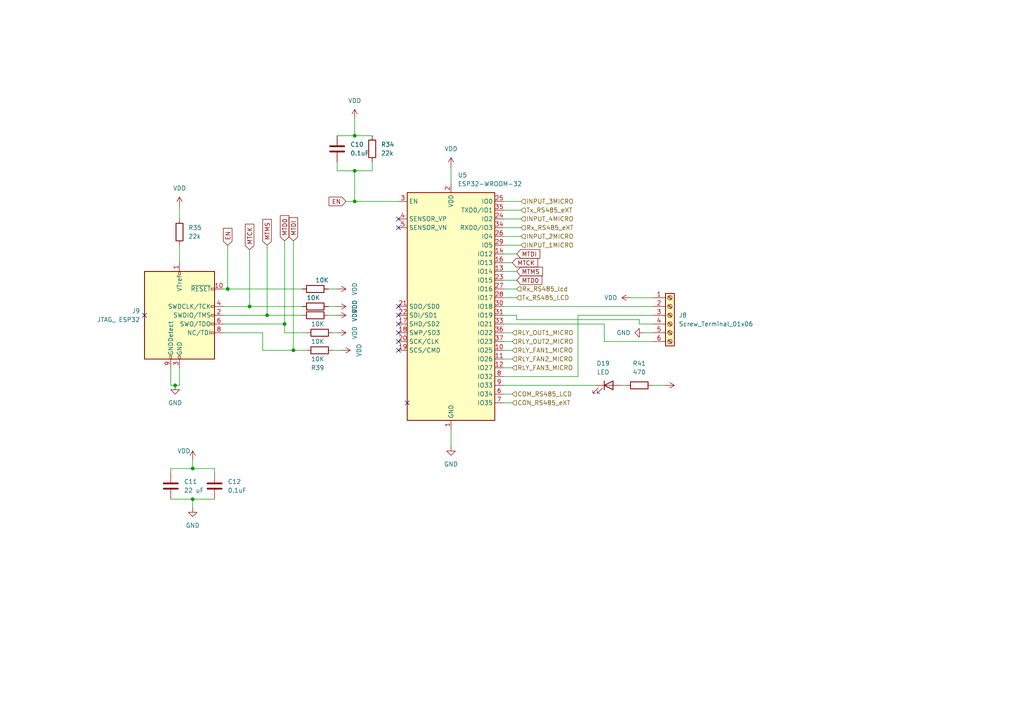
<source format=kicad_sch>
(kicad_sch (version 20230121) (generator eeschema)
  (paper "A4")
  (lib_symbols
    (symbol "Connector:Conn_ARM_JTAG_SWD_10" (pin_names (offset 1.016))
      (property "Reference" "J" (at -2.54 16.51 0))
      (property "Value" "Conn_ARM_JTAG_SWD_10" (at -2.54 13.97 0))
      (symbol "Conn_ARM_JTAG_SWD_10_0_1"
        (rectangle (start -10.16 12.7) (end 10.16 -12.7) (stroke (width 0.254)) (fill (type background)))
        (rectangle (start -2.794 -12.7) (end -2.286 -11.684))
        (rectangle (start -0.254 -12.7) (end 0.254 -11.684))
        (rectangle (start -0.254 12.7) (end 0.254 11.684))
        (rectangle (start 9.144 2.286) (end 10.16 2.794))
        (rectangle (start 10.16 -2.794) (end 9.144 -2.286))
        (rectangle (start 10.16 -0.254) (end 9.144 0.254))
        (rectangle (start 10.16 7.874) (end 9.144 7.366))
      )
      (symbol "Conn_ARM_JTAG_SWD_10_1_1"
        (rectangle (start 9.144 -5.334) (end 10.16 -4.826))
        (pin power_in line (at 0 15.24 270) (length 2.54) (name "VTref") (number "1"))
        (pin open_collector line (at 12.7 7.62 180) (length 2.54) (name "~{RESET}") (number "10"))
        (pin bidirectional line (at 12.7 0 180) (length 2.54) (name "SWDIO/TMS") (number "2"))
        (pin power_in line (at 0 -15.24 90) (length 2.54) (name "GND") (number "3"))
        (pin output line (at 12.7 2.54 180) (length 2.54) (name "SWDCLK/TCK") (number "4"))
        (pin passive line (at 0 -15.24 90) (length 2.54) hide (name "GND") (number "5"))
        (pin input line (at 12.7 -2.54 180) (length 2.54) (name "SWO/TDO") (number "6"))
        (pin no_connect line (at -10.16 0 0) (length 2.54) hide (name "KEY") (number "7"))
        (pin output line (at 12.7 -5.08 180) (length 2.54) (name "NC/TDI") (number "8"))
        (pin passive line (at -2.54 -15.24 90) (length 2.54) (name "GNDDetect") (number "9"))
      )
    )
    (symbol "Connector:Screw_Terminal_01x06" (pin_names (offset 1.016) hide)
      (property "Reference" "J" (at 0 7.62 0))
      (property "Value" "Screw_Terminal_01x06" (at 0 -10.16 0))
      (symbol "Screw_Terminal_01x06_1_1"
        (rectangle (start -1.27 6.35) (end 1.27 -8.89) (stroke (width 0.254)) (fill (type background)))
        (circle (center 0 -7.62) (radius 0.635) (stroke (width 0.1524)))
        (circle (center 0 -5.08) (radius 0.635) (stroke (width 0.1524)))
        (circle (center 0 -2.54) (radius 0.635) (stroke (width 0.1524)))
        (polyline (pts (xy -0.5334 -7.2898) (xy 0.3302 -8.128)) (stroke (width 0.1524)))
        (polyline (pts (xy -0.5334 -4.7498) (xy 0.3302 -5.588)) (stroke (width 0.1524)))
        (polyline (pts (xy -0.5334 -2.2098) (xy 0.3302 -3.048)) (stroke (width 0.1524)))
        (polyline (pts (xy -0.5334 0.3302) (xy 0.3302 -0.508)) (stroke (width 0.1524)))
        (polyline (pts (xy -0.5334 2.8702) (xy 0.3302 2.032)) (stroke (width 0.1524)))
        (polyline (pts (xy -0.5334 5.4102) (xy 0.3302 4.572)) (stroke (width 0.1524)))
        (polyline (pts (xy -0.3556 -7.112) (xy 0.508 -7.9502)) (stroke (width 0.1524)))
        (polyline (pts (xy -0.3556 -4.572) (xy 0.508 -5.4102)) (stroke (width 0.1524)))
        (polyline (pts (xy -0.3556 -2.032) (xy 0.508 -2.8702)) (stroke (width 0.1524)))
        (polyline (pts (xy -0.3556 0.508) (xy 0.508 -0.3302)) (stroke (width 0.1524)))
        (polyline (pts (xy -0.3556 3.048) (xy 0.508 2.2098)) (stroke (width 0.1524)))
        (polyline (pts (xy -0.3556 5.588) (xy 0.508 4.7498)) (stroke (width 0.1524)))
        (circle (center 0 0) (radius 0.635) (stroke (width 0.1524)))
        (circle (center 0 2.54) (radius 0.635) (stroke (width 0.1524)))
        (circle (center 0 5.08) (radius 0.635) (stroke (width 0.1524)))
        (pin passive line (at -5.08 5.08 0) (length 3.81) (name "Pin_1") (number "1"))
        (pin passive line (at -5.08 2.54 0) (length 3.81) (name "Pin_2") (number "2"))
        (pin passive line (at -5.08 0 0) (length 3.81) (name "Pin_3") (number "3"))
        (pin passive line (at -5.08 -2.54 0) (length 3.81) (name "Pin_4") (number "4"))
        (pin passive line (at -5.08 -5.08 0) (length 3.81) (name "Pin_5") (number "5"))
        (pin passive line (at -5.08 -7.62 0) (length 3.81) (name "Pin_6") (number "6"))
      )
    )
    (symbol "Device:C" (pin_numbers hide) (pin_names (offset 0.254))
      (property "Reference" "C" (at 0.635 2.54 0))
      (property "Value" "C" (at 0.635 -2.54 0))
      (symbol "C_0_1"
        (polyline (pts (xy -2.032 -0.762) (xy 2.032 -0.762)) (stroke (width 0.508)))
        (polyline (pts (xy -2.032 0.762) (xy 2.032 0.762)) (stroke (width 0.508)))
      )
      (symbol "C_1_1"
        (pin passive line (at 0 3.81 270) (length 2.794) (name "~") (number "1"))
        (pin passive line (at 0 -3.81 90) (length 2.794) (name "~") (number "2"))
      )
    )
    (symbol "Device:LED" (pin_numbers hide) (pin_names (offset 1.016) hide)
      (property "Reference" "D" (at 0 2.54 0))
      (property "Value" "LED" (at 0 -2.54 0))
      (symbol "LED_0_1"
        (polyline (pts (xy -1.27 -1.27) (xy -1.27 1.27)) (stroke (width 0.254)))
        (polyline (pts (xy -1.27 0) (xy 1.27 0)))
        (polyline (pts (xy 1.27 -1.27) (xy 1.27 1.27) (xy -1.27 0) (xy 1.27 -1.27)) (stroke (width 0.254)))
        (polyline (pts (xy -3.048 -0.762) (xy -4.572 -2.286) (xy -3.81 -2.286) (xy -4.572 -2.286) (xy -4.572 -1.524)))
        (polyline (pts (xy -1.778 -0.762) (xy -3.302 -2.286) (xy -2.54 -2.286) (xy -3.302 -2.286) (xy -3.302 -1.524)))
      )
      (symbol "LED_1_1"
        (pin passive line (at -3.81 0 0) (length 2.54) (name "K") (number "1"))
        (pin passive line (at 3.81 0 180) (length 2.54) (name "A") (number "2"))
      )
    )
    (symbol "Device:R" (pin_numbers hide) (pin_names (offset 0))
      (property "Reference" "R" (at 2.032 0 90))
      (property "Value" "R" (at 0 0 90))
      (symbol "R_0_1"
        (rectangle (start -1.016 -2.54) (end 1.016 2.54) (stroke (width 0.254)))
      )
      (symbol "R_1_1"
        (pin passive line (at 0 3.81 270) (length 1.27) (name "~") (number "1"))
        (pin passive line (at 0 -3.81 90) (length 1.27) (name "~") (number "2"))
      )
    )
    (symbol "RF_Module:ESP32-WROOM-32"
      (property "Reference" "U" (at -12.7 34.29 0))
      (property "Value" "ESP32-WROOM-32" (at 1.27 34.29 0))
      (symbol "ESP32-WROOM-32_0_1"
        (rectangle (start -12.7 33.02) (end 12.7 -33.02) (stroke (width 0.254)) (fill (type background)))
      )
      (symbol "ESP32-WROOM-32_1_1"
        (pin power_in line (at 0 -35.56 90) (length 2.54) (name "GND") (number "1"))
        (pin bidirectional line (at 15.24 -12.7 180) (length 2.54) (name "IO25") (number "10"))
        (pin bidirectional line (at 15.24 -15.24 180) (length 2.54) (name "IO26") (number "11"))
        (pin bidirectional line (at 15.24 -17.78 180) (length 2.54) (name "IO27") (number "12"))
        (pin bidirectional line (at 15.24 10.16 180) (length 2.54) (name "IO14") (number "13"))
        (pin bidirectional line (at 15.24 15.24 180) (length 2.54) (name "IO12") (number "14"))
        (pin passive line (at 0 -35.56 90) (length 2.54) hide (name "GND") (number "15"))
        (pin bidirectional line (at 15.24 12.7 180) (length 2.54) (name "IO13") (number "16"))
        (pin bidirectional line (at -15.24 -5.08 0) (length 2.54) (name "SHD/SD2") (number "17"))
        (pin bidirectional line (at -15.24 -7.62 0) (length 2.54) (name "SWP/SD3") (number "18"))
        (pin bidirectional line (at -15.24 -12.7 0) (length 2.54) (name "SCS/CMD") (number "19"))
        (pin power_in line (at 0 35.56 270) (length 2.54) (name "VDD") (number "2"))
        (pin bidirectional line (at -15.24 -10.16 0) (length 2.54) (name "SCK/CLK") (number "20"))
        (pin bidirectional line (at -15.24 0 0) (length 2.54) (name "SDO/SD0") (number "21"))
        (pin bidirectional line (at -15.24 -2.54 0) (length 2.54) (name "SDI/SD1") (number "22"))
        (pin bidirectional line (at 15.24 7.62 180) (length 2.54) (name "IO15") (number "23"))
        (pin bidirectional line (at 15.24 25.4 180) (length 2.54) (name "IO2") (number "24"))
        (pin bidirectional line (at 15.24 30.48 180) (length 2.54) (name "IO0") (number "25"))
        (pin bidirectional line (at 15.24 20.32 180) (length 2.54) (name "IO4") (number "26"))
        (pin bidirectional line (at 15.24 5.08 180) (length 2.54) (name "IO16") (number "27"))
        (pin bidirectional line (at 15.24 2.54 180) (length 2.54) (name "IO17") (number "28"))
        (pin bidirectional line (at 15.24 17.78 180) (length 2.54) (name "IO5") (number "29"))
        (pin input line (at -15.24 30.48 0) (length 2.54) (name "EN") (number "3"))
        (pin bidirectional line (at 15.24 0 180) (length 2.54) (name "IO18") (number "30"))
        (pin bidirectional line (at 15.24 -2.54 180) (length 2.54) (name "IO19") (number "31"))
        (pin no_connect line (at -12.7 -27.94 0) (length 2.54) hide (name "NC") (number "32"))
        (pin bidirectional line (at 15.24 -5.08 180) (length 2.54) (name "IO21") (number "33"))
        (pin bidirectional line (at 15.24 22.86 180) (length 2.54) (name "RXD0/IO3") (number "34"))
        (pin bidirectional line (at 15.24 27.94 180) (length 2.54) (name "TXD0/IO1") (number "35"))
        (pin bidirectional line (at 15.24 -7.62 180) (length 2.54) (name "IO22") (number "36"))
        (pin bidirectional line (at 15.24 -10.16 180) (length 2.54) (name "IO23") (number "37"))
        (pin passive line (at 0 -35.56 90) (length 2.54) hide (name "GND") (number "38"))
        (pin passive line (at 0 -35.56 90) (length 2.54) hide (name "GND") (number "39"))
        (pin input line (at -15.24 25.4 0) (length 2.54) (name "SENSOR_VP") (number "4"))
        (pin input line (at -15.24 22.86 0) (length 2.54) (name "SENSOR_VN") (number "5"))
        (pin input line (at 15.24 -25.4 180) (length 2.54) (name "IO34") (number "6"))
        (pin input line (at 15.24 -27.94 180) (length 2.54) (name "IO35") (number "7"))
        (pin bidirectional line (at 15.24 -20.32 180) (length 2.54) (name "IO32") (number "8"))
        (pin bidirectional line (at 15.24 -22.86 180) (length 2.54) (name "IO33") (number "9"))
      )
    )
    (symbol "power:GND" (power) (pin_names (offset 0))
      (property "Value" "GND" (at 0 -3.81 0))
      (symbol "GND_0_1"
        (polyline (pts (xy 0 0) (xy 0 -1.27) (xy 1.27 -1.27) (xy 0 -2.54) (xy -1.27 -1.27) (xy 0 -1.27)))
      )
      (symbol "GND_1_1"
        (pin power_in line (at 0 0 270) (length 0) hide (name "GND") (number "1"))
      )
    )
    (symbol "power:VDD" (power) (pin_names (offset 0))
      (property "Value" "VDD" (at 0 3.81 0))
      (symbol "VDD_0_1"
        (polyline (pts (xy -0.762 1.27) (xy 0 2.54)))
        (polyline (pts (xy 0 0) (xy 0 2.54)))
        (polyline (pts (xy 0 2.54) (xy 0.762 1.27)))
      )
      (symbol "VDD_1_1"
        (pin power_in line (at 0 0 90) (length 0) hide (name "VDD") (number "1"))
      )
    )
  )
  (junction (at 102.87 39.37))
  (junction (at 82.55 93.98))
  (junction (at 55.88 144.78))
  (junction (at 55.88 135.89))
  (junction (at 72.39 88.9))
  (junction (at 77.47 91.44))
  (junction (at 102.87 49.53))
  (junction (at 85.09 101.6))
  (junction (at 66.04 83.82))
  (junction (at 102.87 58.42))
  (junction (at 50.8 111.76))
  (no_connect (at 118.11 116.84))
  (no_connect (at 115.57 66.04))
  (no_connect (at 115.57 99.06))
  (no_connect (at 115.57 101.6))
  (no_connect (at 115.57 93.98))
  (no_connect (at 115.57 96.52))
  (no_connect (at 115.57 91.44))
  (no_connect (at 115.57 88.9))
  (no_connect (at 115.57 63.5))
  (no_connect (at 41.91 91.44))
  (wire (pts (xy 146.05 60.96) (xy 151.13 60.96)))
  (wire (pts (xy 64.77 88.9) (xy 72.39 88.9)))
  (wire (pts (xy 185.42 92.71) (xy 185.42 93.98)))
  (wire (pts (xy 146.05 71.12) (xy 151.13 71.12)))
  (wire (pts (xy 146.05 116.84) (xy 148.59 116.84)))
  (wire (pts (xy 146.05 58.42) (xy 151.13 58.42)))
  (wire (pts (xy 146.05 93.98) (xy 175.26 93.98)))
  (wire (pts (xy 97.79 96.52) (xy 96.52 96.52)))
  (wire (pts (xy 97.79 46.99) (xy 97.79 49.53)))
  (wire (pts (xy 66.04 83.82) (xy 64.77 83.82)))
  (wire (pts (xy 146.05 81.28) (xy 149.86 81.28)))
  (wire (pts (xy 62.23 135.89) (xy 55.88 135.89)))
  (wire (pts (xy 82.55 93.98) (xy 82.55 96.52)))
  (wire (pts (xy 130.81 124.46) (xy 130.81 129.54)))
  (wire (pts (xy 146.05 99.06) (xy 148.59 99.06)))
  (wire (pts (xy 55.88 133.35) (xy 55.88 135.89)))
  (wire (pts (xy 146.05 73.66) (xy 149.86 73.66)))
  (wire (pts (xy 182.88 86.36) (xy 189.23 86.36)))
  (wire (pts (xy 88.9 101.6) (xy 85.09 101.6)))
  (wire (pts (xy 64.77 91.44) (xy 77.47 91.44)))
  (wire (pts (xy 88.9 96.52) (xy 82.55 96.52)))
  (wire (pts (xy 167.64 91.44) (xy 167.64 109.22)))
  (wire (pts (xy 95.25 91.44) (xy 97.79 91.44)))
  (wire (pts (xy 55.88 135.89) (xy 49.53 135.89)))
  (wire (pts (xy 146.05 88.9) (xy 189.23 88.9)))
  (wire (pts (xy 49.53 135.89) (xy 49.53 137.16)))
  (wire (pts (xy 49.53 111.76) (xy 50.8 111.76)))
  (wire (pts (xy 146.05 66.04) (xy 151.13 66.04)))
  (wire (pts (xy 66.04 71.12) (xy 66.04 83.82)))
  (wire (pts (xy 64.77 93.98) (xy 82.55 93.98)))
  (wire (pts (xy 97.79 83.82) (xy 95.25 83.82)))
  (wire (pts (xy 107.95 46.99) (xy 107.95 49.53)))
  (wire (pts (xy 52.07 71.12) (xy 52.07 76.2)))
  (wire (pts (xy 146.05 101.6) (xy 148.59 101.6)))
  (wire (pts (xy 82.55 69.85) (xy 82.55 93.98)))
  (wire (pts (xy 185.42 93.98) (xy 189.23 93.98)))
  (wire (pts (xy 146.05 86.36) (xy 149.86 86.36)))
  (wire (pts (xy 100.33 58.42) (xy 102.87 58.42)))
  (wire (pts (xy 66.04 83.82) (xy 87.63 83.82)))
  (wire (pts (xy 55.88 144.78) (xy 55.88 147.32)))
  (wire (pts (xy 72.39 88.9) (xy 87.63 88.9)))
  (wire (pts (xy 146.05 104.14) (xy 148.59 104.14)))
  (wire (pts (xy 180.34 111.76) (xy 181.61 111.76)))
  (wire (pts (xy 49.53 144.78) (xy 55.88 144.78)))
  (wire (pts (xy 102.87 34.29) (xy 102.87 39.37)))
  (wire (pts (xy 130.81 48.26) (xy 130.81 53.34)))
  (wire (pts (xy 146.05 111.76) (xy 172.72 111.76)))
  (wire (pts (xy 72.39 72.39) (xy 72.39 88.9)))
  (wire (pts (xy 175.26 93.98) (xy 175.26 99.06)))
  (wire (pts (xy 146.05 114.3) (xy 148.59 114.3)))
  (wire (pts (xy 146.05 106.68) (xy 148.59 106.68)))
  (wire (pts (xy 149.86 91.44) (xy 146.05 91.44)))
  (wire (pts (xy 97.79 39.37) (xy 102.87 39.37)))
  (wire (pts (xy 77.47 91.44) (xy 87.63 91.44)))
  (wire (pts (xy 146.05 78.74) (xy 149.86 78.74)))
  (wire (pts (xy 102.87 49.53) (xy 107.95 49.53)))
  (wire (pts (xy 167.64 109.22) (xy 146.05 109.22)))
  (wire (pts (xy 97.79 49.53) (xy 102.87 49.53)))
  (wire (pts (xy 76.2 101.6) (xy 85.09 101.6)))
  (wire (pts (xy 146.05 63.5) (xy 151.13 63.5)))
  (wire (pts (xy 146.05 83.82) (xy 149.86 83.82)))
  (wire (pts (xy 175.26 99.06) (xy 189.23 99.06)))
  (wire (pts (xy 52.07 59.69) (xy 52.07 63.5)))
  (wire (pts (xy 186.69 96.52) (xy 189.23 96.52)))
  (wire (pts (xy 64.77 96.52) (xy 76.2 96.52)))
  (wire (pts (xy 99.06 101.6) (xy 96.52 101.6)))
  (wire (pts (xy 146.05 96.52) (xy 148.59 96.52)))
  (wire (pts (xy 52.07 111.76) (xy 50.8 111.76)))
  (wire (pts (xy 167.64 91.44) (xy 189.23 91.44)))
  (wire (pts (xy 149.86 92.71) (xy 185.42 92.71)))
  (wire (pts (xy 193.04 111.76) (xy 189.23 111.76)))
  (wire (pts (xy 102.87 49.53) (xy 102.87 58.42)))
  (wire (pts (xy 97.79 88.9) (xy 95.25 88.9)))
  (wire (pts (xy 77.47 71.12) (xy 77.47 91.44)))
  (wire (pts (xy 102.87 58.42) (xy 115.57 58.42)))
  (wire (pts (xy 85.09 69.85) (xy 85.09 101.6)))
  (wire (pts (xy 146.05 76.2) (xy 148.59 76.2)))
  (wire (pts (xy 76.2 96.52) (xy 76.2 101.6)))
  (wire (pts (xy 49.53 106.68) (xy 49.53 111.76)))
  (wire (pts (xy 55.88 144.78) (xy 62.23 144.78)))
  (wire (pts (xy 62.23 137.16) (xy 62.23 135.89)))
  (wire (pts (xy 102.87 39.37) (xy 107.95 39.37)))
  (wire (pts (xy 149.86 92.71) (xy 149.86 91.44)))
  (wire (pts (xy 52.07 106.68) (xy 52.07 111.76)))
  (wire (pts (xy 146.05 68.58) (xy 151.13 68.58)))
  (global_label "MTMS" (shape input) (at 77.47 71.12 90) (property "Intersheetrefs" "${INTERSHEET_REFS}" (effects hide)))
  (global_label "MTD0" (shape input) (at 149.86 81.28 0) (property "Intersheetrefs" "${INTERSHEET_REFS}" (effects hide)))
  (global_label "EN" (shape input) (at 100.33 58.42 180) (property "Intersheetrefs" "${INTERSHEET_REFS}" (effects hide)))
  (global_label "MTCK" (shape input) (at 148.59 76.2 0) (property "Intersheetrefs" "${INTERSHEET_REFS}" (effects hide)))
  (global_label "MTCK" (shape input) (at 72.39 72.39 90) (property "Intersheetrefs" "${INTERSHEET_REFS}" (effects hide)))
  (global_label "EN" (shape input) (at 66.04 71.12 90) (property "Intersheetrefs" "${INTERSHEET_REFS}" (effects hide)))
  (global_label "MTDI" (shape input) (at 149.86 73.66 0) (property "Intersheetrefs" "${INTERSHEET_REFS}" (effects hide)))
  (global_label "MTDI" (shape input) (at 85.09 69.85 90) (property "Intersheetrefs" "${INTERSHEET_REFS}" (effects hide)))
  (global_label "MTD0" (shape input) (at 82.55 69.85 90) (property "Intersheetrefs" "${INTERSHEET_REFS}" (effects hide)))
  (global_label "MTMS" (shape input) (at 149.86 78.74 0) (property "Intersheetrefs" "${INTERSHEET_REFS}" (effects hide)))
  (hierarchical_label "INPUT_1MICRO" (shape input) (at 151.13 71.12 0))
  (hierarchical_label "RLY_FAN1_MICRO" (shape input) (at 148.59 101.6 0))
  (hierarchical_label "INPUT_3MICRO" (shape input) (at 151.13 58.42 0))
  (hierarchical_label "COM_RS485_LCD" (shape input) (at 148.59 114.3 0))
  (hierarchical_label "RLY_FAN3_MICRO" (shape input) (at 148.59 106.68 0))
  (hierarchical_label "INPUT_2MICRO" (shape input) (at 151.13 68.58 0))
  (hierarchical_label "Rx_RS485_eXT" (shape input) (at 151.13 66.04 0))
  (hierarchical_label "RLY_FAN2_MICRO" (shape input) (at 148.59 104.14 0))
  (hierarchical_label "RLY_OUT1_MICRO" (shape input) (at 148.59 96.52 0))
  (hierarchical_label "CON_RS485_eXT" (shape input) (at 148.59 116.84 0))
  (hierarchical_label "INPUT_4MICRO" (shape input) (at 151.13 63.5 0))
  (hierarchical_label "Tx_RS485_LCD" (shape input) (at 149.86 86.36 0))
  (hierarchical_label "Rx_RS485_lcd" (shape input) (at 149.86 83.82 0))
  (hierarchical_label "RLY_OUT2_MICRO" (shape input) (at 148.59 99.06 0))
  (hierarchical_label "Tx_RS485_eXT" (shape input) (at 151.13 60.96 0))
  (symbol (lib_id "Device:R") (at 92.71 96.52 270) (mirror x) (unit 1)
    (property "Reference" "R38" (effects hide))
    (property "Value" "10K" (at 90.17 99.06 90) (effects (justify left)))
    (property "Footprint" "Resistor_SMD:R_0805_2012Metric_Pad1.20x1.40mm_HandSolder" (effects hide))
  )
  (symbol (lib_id "power:VDD") (at 97.79 83.82 270) (mirror x) (unit 1)
    (property "Reference" "#PWR070" (effects hide))
    (property "Value" "VDD" (at 102.87 83.82 0))
  )
  (symbol (lib_id "power:VDD") (at 102.87 34.29 0) (unit 1)
    (property "Reference" "#PWR063" (effects hide))
    (property "Value" "VDD" (at 102.87 29.21 0))
  )
  (symbol (lib_id "power:GND") (at 50.8 111.76 0) (unit 1)
    (property "Reference" "#PWR076" (effects hide))
    (property "Value" "GND" (at 50.8 116.84 0))
  )
  (symbol (lib_id "power:VDD") (at 97.79 96.52 270) (mirror x) (unit 1)
    (property "Reference" "#PWR068" (effects hide))
    (property "Value" "VDD" (at 102.87 96.52 0))
  )
  (symbol (lib_id "power:VDD") (at 130.81 48.26 0) (unit 1)
    (property "Reference" "#PWR062" (effects hide))
    (property "Value" "VDD" (at 130.81 43.18 0))
  )
  (symbol (lib_id "power:VDD") (at 97.79 91.44 270) (mirror x) (unit 1)
    (property "Reference" "#PWR066" (effects hide))
    (property "Value" "VDD" (at 102.87 91.44 0))
  )
  (symbol (lib_id "Device:R") (at 91.44 91.44 270) (mirror x) (unit 1)
    (property "Reference" "R36" (effects hide))
    (property "Value" "10K" (at 90.17 93.98 90) (effects (justify left)))
    (property "Footprint" "Resistor_SMD:R_0805_2012Metric_Pad1.20x1.40mm_HandSolder" (effects hide))
  )
  (symbol (lib_id "power:VDD") (at 193.04 111.76 270) (unit 1)
    (property "Reference" "#PWR073" (effects hide))
    (property "Value" "VDD" (effects hide))
  )
  (symbol (lib_id "power:GND") (at 55.88 147.32 0) (unit 1)
    (property "Reference" "#PWR074" (effects hide))
    (property "Value" "GND" (at 55.88 152.4 0))
  )
  (symbol (lib_id "Device:C") (at 97.79 43.18 0) (unit 1)
    (property "Reference" "C10" (at 101.6 41.91 0) (effects (justify left)))
    (property "Value" "0.1uF" (at 101.6 44.45 0) (effects (justify left)))
    (property "Footprint" "Capacitor_SMD:C_0805_2012Metric_Pad1.18x1.45mm_HandSolder" (effects hide))
  )
  (symbol (lib_id "Connector:Screw_Terminal_01x06") (at 194.31 91.44 0) (unit 1)
    (property "Reference" "J8" (at 196.85 91.44 0) (effects (justify left)))
    (property "Value" "Screw_Terminal_01x06" (at 196.85 93.98 0) (effects (justify left)))
    (property "Footprint" "Connector_PinHeader_2.54mm:PinHeader_1x06_P2.54mm_Vertical_SMD_Pin1Left" (effects hide))
  )
  (symbol (lib_id "power:VDD") (at 55.88 133.35 0) (unit 1)
    (property "Reference" "#PWR075" (effects hide))
    (property "Value" "VDD" (at 53.34 130.81 0))
  )
  (symbol (lib_id "power:GND") (at 186.69 96.52 270) (unit 1)
    (property "Reference" "#PWR071" (effects hide))
    (property "Value" "GND" (at 182.88 96.52 90) (effects (justify right)))
  )
  (symbol (lib_id "Device:R") (at 92.71 101.6 270) (mirror x) (unit 1)
    (property "Reference" "R39" (at 90.17 106.68 90) (effects (justify left)))
    (property "Value" "10K" (at 90.17 104.14 90) (effects (justify left)))
    (property "Footprint" "Resistor_SMD:R_0805_2012Metric_Pad1.20x1.40mm_HandSolder" (effects hide))
  )
  (symbol (lib_id "RF_Module:ESP32-WROOM-32") (at 130.81 88.9 0) (unit 1)
    (property "Reference" "U5" (at 132.7659 50.8 0) (effects (justify left)))
    (property "Value" "ESP32-WROOM-32" (at 132.7659 53.34 0) (effects (justify left)))
    (property "Footprint" "RF_Module:ESP32-WROOM-32" (effects hide))
    (property "Datasheet" "https://www.espressif.com/sites/default/files/documentation/esp32-wroom-32_datasheet_en.pdf" (effects hide))
  )
  (symbol (lib_id "Device:R") (at 107.95 43.18 0) (unit 1)
    (property "Reference" "R34" (at 110.49 41.91 0) (effects (justify left)))
    (property "Value" "22k" (at 110.49 44.45 0) (effects (justify left)))
    (property "Footprint" "Resistor_SMD:R_0805_2012Metric_Pad1.20x1.40mm_HandSolder" (effects hide))
  )
  (symbol (lib_id "Device:R") (at 91.44 88.9 270) (mirror x) (unit 1)
    (property "Reference" "R37" (effects hide))
    (property "Value" "10K" (at 91.44 81.28 90) (effects (justify left)))
    (property "Footprint" "Resistor_SMD:R_0805_2012Metric_Pad1.20x1.40mm_HandSolder" (effects hide))
  )
  (symbol (lib_id "Device:LED") (at 176.53 111.76 0) (unit 1)
    (property "Reference" "D19" (at 174.9425 105.41 0))
    (property "Value" "LED" (at 174.9425 107.95 0))
    (property "Footprint" "LED_SMD:LED_0805_2012Metric_Pad1.15x1.40mm_HandSolder" (effects hide))
  )
  (symbol (lib_id "Device:C") (at 49.53 140.97 0) (unit 1)
    (property "Reference" "C11" (at 53.34 139.7 0) (effects (justify left)))
    (property "Value" "22 uF" (at 53.34 142.24 0) (effects (justify left)))
    (property "Footprint" "Capacitor_SMD:C_0805_2012Metric_Pad1.18x1.45mm_HandSolder" (effects hide))
  )
  (symbol (lib_id "Device:C") (at 62.23 140.97 0) (unit 1)
    (property "Reference" "C12" (at 66.04 139.7 0) (effects (justify left)))
    (property "Value" "0.1uF" (at 66.04 142.24 0) (effects (justify left)))
    (property "Footprint" "Capacitor_SMD:C_0805_2012Metric_Pad1.18x1.45mm_HandSolder" (effects hide))
  )
  (symbol (lib_id "power:VDD") (at 182.88 86.36 90) (unit 1)
    (property "Reference" "#PWR072" (effects hide))
    (property "Value" "VDD" (at 179.07 86.36 90) (effects (justify left)))
  )
  (symbol (lib_id "power:VDD") (at 99.06 101.6 270) (mirror x) (unit 1)
    (property "Reference" "#PWR069" (effects hide))
    (property "Value" "VDD" (at 104.14 101.6 0))
  )
  (symbol (lib_id "power:VDD") (at 52.07 59.69 0) (unit 1)
    (property "Reference" "#PWR064" (effects hide))
    (property "Value" "VDD" (at 52.07 54.61 0))
  )
  (symbol (lib_id "Device:R") (at 52.07 67.31 0) (unit 1)
    (property "Reference" "R35" (at 54.61 66.04 0) (effects (justify left)))
    (property "Value" "22k" (at 54.61 68.58 0) (effects (justify left)))
    (property "Footprint" "Resistor_SMD:R_0805_2012Metric_Pad1.20x1.40mm_HandSolder" (effects hide))
  )
  (symbol (lib_id "power:GND") (at 130.81 129.54 0) (unit 1)
    (property "Reference" "#PWR054" (effects hide))
    (property "Value" "GND" (at 130.81 134.62 0))
  )
  (symbol (lib_id "power:VDD") (at 97.79 88.9 270) (mirror x) (unit 1)
    (property "Reference" "#PWR067" (effects hide))
    (property "Value" "VDD" (at 102.87 88.9 0))
  )
  (symbol (lib_id "Device:R") (at 91.44 83.82 270) (mirror x) (unit 1)
    (property "Reference" "R40" (effects hide))
    (property "Value" "10K" (at 88.9 86.36 90) (effects (justify left)))
    (property "Footprint" "Resistor_SMD:R_0805_2012Metric_Pad1.20x1.40mm_HandSolder" (effects hide))
  )
  (symbol (lib_id "Connector:Conn_ARM_JTAG_SWD_10") (at 52.07 91.44 0) (unit 1)
    (property "Reference" "J9" (at 40.64 90.17 0) (effects (justify right)))
    (property "Value" "JTAG_ ESP32" (at 40.64 92.71 0) (effects (justify right)))
    (property "Footprint" "Connector_PinHeader_1.27mm:PinHeader_2x05_P1.27mm_Vertical" (effects hide))
    (property "Datasheet" "http://infocenter.arm.com/help/topic/com.arm.doc.ddi0314h/DDI0314H_coresight_components_trm.pdf" (effects hide))
  )
  (symbol (lib_id "Device:R") (at 185.42 111.76 90) (unit 1)
    (property "Reference" "R41" (at 185.42 105.41 90))
    (property "Value" "470" (at 185.42 107.95 90))
    (property "Footprint" "Resistor_SMD:R_0805_2012Metric_Pad1.20x1.40mm_HandSolder" (effects hide))
  )
)
</source>
